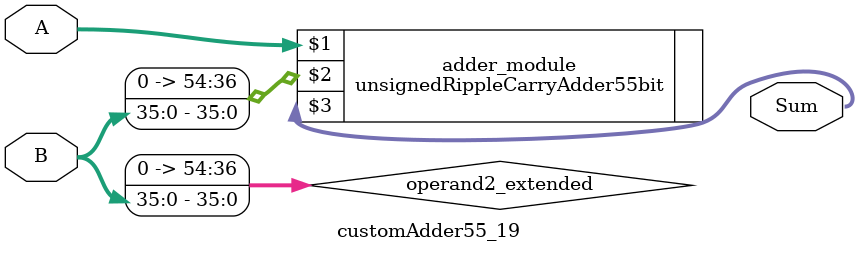
<source format=v>
module customAdder55_19(
                        input [54 : 0] A,
                        input [35 : 0] B,
                        
                        output [55 : 0] Sum
                );

        wire [54 : 0] operand2_extended;
        
        assign operand2_extended =  {19'b0, B};
        
        unsignedRippleCarryAdder55bit adder_module(
            A,
            operand2_extended,
            Sum
        );
        
        endmodule
        
</source>
